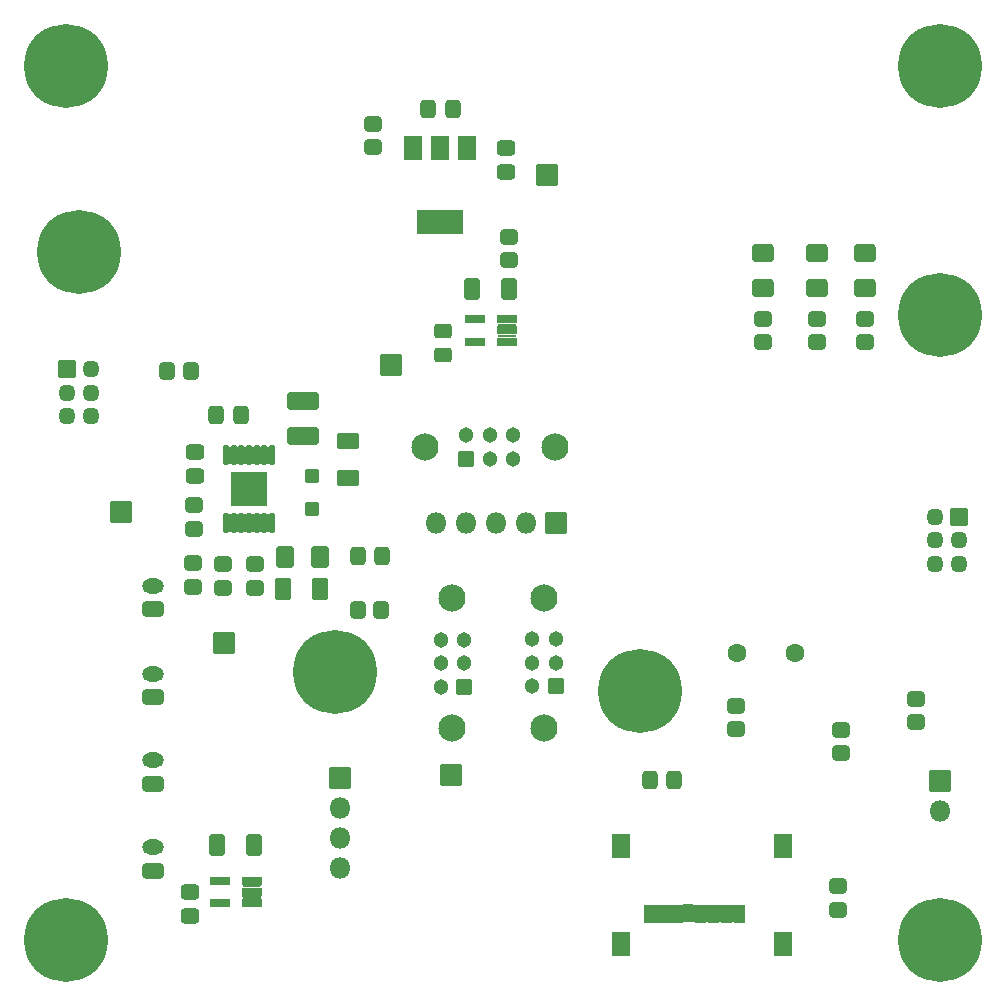
<source format=gts>
G04 #@! TF.GenerationSoftware,KiCad,Pcbnew,(6.0.1)*
G04 #@! TF.CreationDate,2022-05-22T14:08:20-04:00*
G04 #@! TF.ProjectId,payload2020_papa_board,7061796c-6f61-4643-9230-32305f706170,rev?*
G04 #@! TF.SameCoordinates,Original*
G04 #@! TF.FileFunction,Soldermask,Top*
G04 #@! TF.FilePolarity,Negative*
%FSLAX46Y46*%
G04 Gerber Fmt 4.6, Leading zero omitted, Abs format (unit mm)*
G04 Created by KiCad (PCBNEW (6.0.1)) date 2022-05-22 14:08:20*
%MOMM*%
%LPD*%
G01*
G04 APERTURE LIST*
G04 Aperture macros list*
%AMRoundRect*
0 Rectangle with rounded corners*
0 $1 Rounding radius*
0 $2 $3 $4 $5 $6 $7 $8 $9 X,Y pos of 4 corners*
0 Add a 4 corners polygon primitive as box body*
4,1,4,$2,$3,$4,$5,$6,$7,$8,$9,$2,$3,0*
0 Add four circle primitives for the rounded corners*
1,1,$1+$1,$2,$3*
1,1,$1+$1,$4,$5*
1,1,$1+$1,$6,$7*
1,1,$1+$1,$8,$9*
0 Add four rect primitives between the rounded corners*
20,1,$1+$1,$2,$3,$4,$5,0*
20,1,$1+$1,$4,$5,$6,$7,0*
20,1,$1+$1,$6,$7,$8,$9,0*
20,1,$1+$1,$8,$9,$2,$3,0*%
G04 Aperture macros list end*
%ADD10RoundRect,0.051000X-0.850000X0.850000X-0.850000X-0.850000X0.850000X-0.850000X0.850000X0.850000X0*%
%ADD11O,1.802000X1.802000*%
%ADD12C,2.302000*%
%ADD13RoundRect,0.051000X0.600000X-0.600000X0.600000X0.600000X-0.600000X0.600000X-0.600000X-0.600000X0*%
%ADD14C,1.302000*%
%ADD15RoundRect,0.301000X0.475000X-0.337500X0.475000X0.337500X-0.475000X0.337500X-0.475000X-0.337500X0*%
%ADD16RoundRect,0.051000X0.550000X-0.550000X0.550000X0.550000X-0.550000X0.550000X-0.550000X-0.550000X0*%
%ADD17RoundRect,0.301000X-1.075000X0.462500X-1.075000X-0.462500X1.075000X-0.462500X1.075000X0.462500X0*%
%ADD18RoundRect,0.300999X-0.450001X0.350001X-0.450001X-0.350001X0.450001X-0.350001X0.450001X0.350001X0*%
%ADD19RoundRect,0.300999X0.450001X-0.350001X0.450001X0.350001X-0.450001X0.350001X-0.450001X-0.350001X0*%
%ADD20R,3.100000X3.000000*%
%ADD21RoundRect,0.151000X-0.100000X0.687500X-0.100000X-0.687500X0.100000X-0.687500X0.100000X0.687500X0*%
%ADD22RoundRect,0.301000X-0.475000X0.337500X-0.475000X-0.337500X0.475000X-0.337500X0.475000X0.337500X0*%
%ADD23RoundRect,0.051000X0.780000X0.325000X-0.780000X0.325000X-0.780000X-0.325000X0.780000X-0.325000X0*%
%ADD24RoundRect,0.051000X-0.600000X-0.600000X0.600000X-0.600000X0.600000X0.600000X-0.600000X0.600000X0*%
%ADD25RoundRect,0.301000X0.337500X0.475000X-0.337500X0.475000X-0.337500X-0.475000X0.337500X-0.475000X0*%
%ADD26RoundRect,0.051000X-0.750000X1.000000X-0.750000X-1.000000X0.750000X-1.000000X0.750000X1.000000X0*%
%ADD27RoundRect,0.051000X-1.900000X1.000000X-1.900000X-1.000000X1.900000X-1.000000X1.900000X1.000000X0*%
%ADD28RoundRect,0.300999X-0.400001X-0.625001X0.400001X-0.625001X0.400001X0.625001X-0.400001X0.625001X0*%
%ADD29RoundRect,0.300997X0.412503X0.650003X-0.412503X0.650003X-0.412503X-0.650003X0.412503X-0.650003X0*%
%ADD30RoundRect,0.300997X-0.650003X0.412503X-0.650003X-0.412503X0.650003X-0.412503X0.650003X0.412503X0*%
%ADD31RoundRect,0.051000X-0.675000X-0.675000X0.675000X-0.675000X0.675000X0.675000X-0.675000X0.675000X0*%
%ADD32O,1.452000X1.452000*%
%ADD33RoundRect,0.301000X-0.625000X0.462500X-0.625000X-0.462500X0.625000X-0.462500X0.625000X0.462500X0*%
%ADD34RoundRect,0.301000X-0.450000X0.325000X-0.450000X-0.325000X0.450000X-0.325000X0.450000X0.325000X0*%
%ADD35RoundRect,0.301001X0.462499X0.624999X-0.462499X0.624999X-0.462499X-0.624999X0.462499X-0.624999X0*%
%ADD36RoundRect,0.301000X0.450000X-0.350000X0.450000X0.350000X-0.450000X0.350000X-0.450000X-0.350000X0*%
%ADD37RoundRect,0.301000X-0.350000X-0.450000X0.350000X-0.450000X0.350000X0.450000X-0.350000X0.450000X0*%
%ADD38RoundRect,0.301000X-0.450000X0.350000X-0.450000X-0.350000X0.450000X-0.350000X0.450000X0.350000X0*%
%ADD39C,0.902000*%
%ADD40C,7.102000*%
%ADD41RoundRect,0.051000X-0.850000X-0.850000X0.850000X-0.850000X0.850000X0.850000X-0.850000X0.850000X0*%
%ADD42RoundRect,0.301000X-0.337500X-0.475000X0.337500X-0.475000X0.337500X0.475000X-0.337500X0.475000X0*%
%ADD43RoundRect,0.051000X0.400000X0.750000X-0.400000X0.750000X-0.400000X-0.750000X0.400000X-0.750000X0*%
%ADD44RoundRect,0.051000X0.725000X1.000000X-0.725000X1.000000X-0.725000X-1.000000X0.725000X-1.000000X0*%
%ADD45C,1.602000*%
%ADD46RoundRect,0.051000X0.850000X0.850000X-0.850000X0.850000X-0.850000X-0.850000X0.850000X-0.850000X0*%
%ADD47RoundRect,0.301000X0.625000X-0.350000X0.625000X0.350000X-0.625000X0.350000X-0.625000X-0.350000X0*%
%ADD48O,1.852000X1.302000*%
%ADD49RoundRect,0.051000X0.675000X0.675000X-0.675000X0.675000X-0.675000X-0.675000X0.675000X-0.675000X0*%
G04 APERTURE END LIST*
D10*
X45491400Y-42717400D03*
D11*
X42951400Y-42717400D03*
X40411400Y-42717400D03*
X37871400Y-42717400D03*
X35331400Y-42717400D03*
D12*
X44475400Y-49042000D03*
X44475400Y-60042000D03*
D13*
X45475400Y-56542000D03*
D14*
X45475400Y-54542000D03*
X45475400Y-52542000D03*
X43475400Y-56542000D03*
X43475400Y-54542000D03*
X43475400Y-52542000D03*
D12*
X36728400Y-49092800D03*
X36728400Y-60092800D03*
D13*
X37728400Y-56592800D03*
D14*
X37728400Y-54592800D03*
X37728400Y-52592800D03*
X35728400Y-56592800D03*
X35728400Y-54592800D03*
X35728400Y-52592800D03*
D15*
X14904083Y-38757210D03*
X14904083Y-36682210D03*
D16*
X24835483Y-41559010D03*
X24835483Y-38759010D03*
D17*
X24098883Y-32335610D03*
X24098883Y-35310610D03*
D18*
X19981543Y-46167330D03*
X19981543Y-48167330D03*
D19*
X17322163Y-48176730D03*
X17322163Y-46176730D03*
D20*
X19501483Y-39826730D03*
D21*
X21451483Y-36964230D03*
X20801483Y-36964230D03*
X20151483Y-36964230D03*
X19501483Y-36964230D03*
X18851483Y-36964230D03*
X18201483Y-36964230D03*
X17551483Y-36964230D03*
X17551483Y-42689230D03*
X18201483Y-42689230D03*
X18851483Y-42689230D03*
X19501483Y-42689230D03*
X20151483Y-42689230D03*
X20801483Y-42689230D03*
X21451483Y-42689230D03*
D22*
X14467840Y-73941620D03*
X14467840Y-76016620D03*
D23*
X19728180Y-74886540D03*
X19728180Y-73936540D03*
X19728180Y-72986540D03*
X17028180Y-72986540D03*
X17028180Y-74886540D03*
D12*
X45378000Y-36291200D03*
X34378000Y-36291200D03*
D24*
X37878000Y-37291200D03*
D14*
X39878000Y-37291200D03*
X41878000Y-37291200D03*
X37878000Y-35291200D03*
X39878000Y-35291200D03*
X41878000Y-35291200D03*
D25*
X36742400Y-7655640D03*
X34667400Y-7655640D03*
D23*
X41331860Y-27352900D03*
X41331860Y-26402900D03*
X41331860Y-25452900D03*
X38631860Y-25452900D03*
X38631860Y-27352900D03*
D26*
X38001000Y-10942000D03*
X35701000Y-10942000D03*
D27*
X35701000Y-17242000D03*
D26*
X33401000Y-10942000D03*
D22*
X41235660Y-10938680D03*
X41235660Y-13013680D03*
D28*
X16821820Y-69997000D03*
X19921820Y-69997000D03*
X38422960Y-22851940D03*
X41522960Y-22851940D03*
D29*
X25539863Y-48284930D03*
X22414863Y-48284930D03*
D30*
X27875863Y-35749630D03*
X27875863Y-38874630D03*
D31*
X79619000Y-42168000D03*
D32*
X79619000Y-44168000D03*
X79619000Y-46168000D03*
X77619000Y-42168000D03*
X77619000Y-44168000D03*
X77619000Y-46168000D03*
D25*
X18817500Y-33528000D03*
X16742500Y-33528000D03*
D33*
X67564000Y-19848500D03*
X67564000Y-22823500D03*
X71628000Y-19848500D03*
X71628000Y-22823500D03*
X62992000Y-19848500D03*
X62992000Y-22823500D03*
D19*
X67564000Y-27416000D03*
X67564000Y-25416000D03*
X71628000Y-27416000D03*
X71628000Y-25416000D03*
X62992000Y-27416000D03*
X62992000Y-25416000D03*
D34*
X35910640Y-26446440D03*
X35910640Y-28496440D03*
D35*
X25483923Y-45556210D03*
X22508923Y-45556210D03*
D18*
X14853283Y-41203410D03*
X14853283Y-43203410D03*
X14789783Y-46097990D03*
X14789783Y-48097990D03*
D36*
X69596000Y-62214000D03*
X69596000Y-60214000D03*
X69342000Y-75442000D03*
X69342000Y-73442000D03*
D37*
X28718000Y-50038000D03*
X30718000Y-50038000D03*
D38*
X75946000Y-57567000D03*
X75946000Y-59567000D03*
D39*
X75375000Y-78020000D03*
X79856155Y-79876155D03*
X78000000Y-80645000D03*
X78000000Y-75395000D03*
X79856155Y-76163845D03*
X80625000Y-78020000D03*
X76143845Y-76163845D03*
D40*
X78000000Y-78020000D03*
D39*
X76143845Y-79876155D03*
X2495000Y-19780000D03*
X7745000Y-19780000D03*
X5120000Y-22405000D03*
D40*
X5120000Y-19780000D03*
D39*
X6976155Y-17923845D03*
X6976155Y-21636155D03*
X5120000Y-17155000D03*
X3263845Y-21636155D03*
X3263845Y-17923845D03*
X76143845Y-27006155D03*
X79856155Y-27006155D03*
X78000000Y-27775000D03*
X75375000Y-25150000D03*
X80625000Y-25150000D03*
X79856155Y-23293845D03*
X78000000Y-22525000D03*
X76143845Y-23293845D03*
D40*
X78000000Y-25130000D03*
D39*
X4000000Y-75395000D03*
X6625000Y-78020000D03*
X4000000Y-80645000D03*
X5856155Y-76163845D03*
X2143845Y-76163845D03*
X5856155Y-79876155D03*
D40*
X4000000Y-78020000D03*
D39*
X2143845Y-79876155D03*
X1375000Y-78020000D03*
D41*
X78000000Y-64520000D03*
D11*
X78000000Y-67060000D03*
D39*
X54456155Y-58756155D03*
X52600000Y-54275000D03*
X50743845Y-58756155D03*
X52600000Y-59525000D03*
X54456155Y-55043845D03*
X50743845Y-55043845D03*
X55225000Y-56900000D03*
X49975000Y-56900000D03*
D40*
X52600000Y-56900000D03*
D42*
X28702000Y-45486000D03*
X30777000Y-45486000D03*
D39*
X76143845Y-2163845D03*
D40*
X78000000Y-4020000D03*
D39*
X76143845Y-5876155D03*
X79856155Y-5876155D03*
X78000000Y-1395000D03*
X75375000Y-4020000D03*
X78000000Y-6645000D03*
X79856155Y-2163845D03*
X80625000Y-4020000D03*
D41*
X27178000Y-64272000D03*
D11*
X27178000Y-66812000D03*
X27178000Y-69352000D03*
X27178000Y-71892000D03*
D41*
X17411063Y-52856930D03*
D36*
X60706000Y-60182000D03*
X60706000Y-58182000D03*
D25*
X55524152Y-64500000D03*
X53449152Y-64500000D03*
D43*
X61069159Y-75775096D03*
X59969159Y-75775096D03*
X58859159Y-75775096D03*
X57769159Y-75775096D03*
X56669159Y-75765096D03*
X55569159Y-75775096D03*
X54469159Y-75775096D03*
X53369159Y-75775096D03*
D44*
X64739159Y-70075096D03*
X50989159Y-78375096D03*
X64739159Y-78375096D03*
X50989159Y-70075096D03*
D41*
X31496000Y-29357000D03*
D38*
X30005460Y-8906000D03*
X30005460Y-10906000D03*
D39*
X5856155Y-2163845D03*
X4000000Y-1395000D03*
X4000000Y-6645000D03*
X2143845Y-5876155D03*
X2143845Y-2163845D03*
X6625000Y-4020000D03*
X1375000Y-4020000D03*
D40*
X4000000Y-4020000D03*
D39*
X5856155Y-5876155D03*
D37*
X12585063Y-29869930D03*
X14585063Y-29869930D03*
D38*
X41529000Y-18467000D03*
X41529000Y-20467000D03*
D39*
X24943845Y-53483845D03*
X26800000Y-52715000D03*
X24175000Y-55340000D03*
X28656155Y-53483845D03*
X24943845Y-57196155D03*
D40*
X26800000Y-55340000D03*
D39*
X26800000Y-57965000D03*
X28656155Y-57196155D03*
X29425000Y-55340000D03*
D45*
X65735200Y-53715600D03*
X60855200Y-53715600D03*
D46*
X8650000Y-41800000D03*
X44704000Y-13228000D03*
D47*
X11400000Y-64800000D03*
D48*
X11400000Y-62800000D03*
D47*
X11400000Y-50000000D03*
D48*
X11400000Y-48000000D03*
D47*
X11400000Y-72150000D03*
D48*
X11400000Y-70150000D03*
D49*
X4096000Y-29688000D03*
D32*
X4096000Y-31688000D03*
X4096000Y-33688000D03*
X6096000Y-29688000D03*
X6096000Y-31688000D03*
X6096000Y-33688000D03*
D46*
X36576000Y-64028000D03*
D47*
X11400000Y-57450000D03*
D48*
X11400000Y-55450000D03*
G36*
X58217638Y-75004434D02*
G01*
X58265105Y-75044102D01*
X58333820Y-75052733D01*
X58396450Y-75022769D01*
X58409949Y-75007191D01*
X58411839Y-75006537D01*
X58413350Y-75007847D01*
X58413422Y-75008891D01*
X58410159Y-75025295D01*
X58410159Y-76524897D01*
X58413925Y-76543833D01*
X58413282Y-76545727D01*
X58411320Y-76546117D01*
X58410680Y-76545758D01*
X58363213Y-76506090D01*
X58294498Y-76497459D01*
X58231868Y-76527423D01*
X58218369Y-76543001D01*
X58216479Y-76543655D01*
X58214968Y-76542345D01*
X58214896Y-76541301D01*
X58218159Y-76524897D01*
X58218159Y-75025295D01*
X58214393Y-75006359D01*
X58215036Y-75004465D01*
X58216998Y-75004075D01*
X58217638Y-75004434D01*
G37*
G36*
X60418426Y-75008397D02*
G01*
X60470105Y-75051585D01*
X60538820Y-75060216D01*
X60601450Y-75030252D01*
X60619507Y-75009414D01*
X60621397Y-75008760D01*
X60622908Y-75010070D01*
X60622980Y-75011114D01*
X60620159Y-75025295D01*
X60620159Y-76524897D01*
X60623137Y-76539870D01*
X60622494Y-76541764D01*
X60620532Y-76542154D01*
X60619892Y-76541795D01*
X60568213Y-76498607D01*
X60499498Y-76489976D01*
X60436868Y-76519940D01*
X60418811Y-76540778D01*
X60416921Y-76541432D01*
X60415410Y-76540122D01*
X60415338Y-76539078D01*
X60418159Y-76524897D01*
X60418159Y-75025295D01*
X60415181Y-75010322D01*
X60415824Y-75008428D01*
X60417786Y-75008038D01*
X60418426Y-75008397D01*
G37*
G36*
X54918426Y-75008397D02*
G01*
X54970105Y-75051585D01*
X55038820Y-75060216D01*
X55101450Y-75030252D01*
X55119507Y-75009414D01*
X55121397Y-75008760D01*
X55122908Y-75010070D01*
X55122980Y-75011114D01*
X55120159Y-75025295D01*
X55120159Y-76524897D01*
X55123137Y-76539870D01*
X55122494Y-76541764D01*
X55120532Y-76542154D01*
X55119892Y-76541795D01*
X55068213Y-76498607D01*
X54999498Y-76489976D01*
X54936868Y-76519940D01*
X54918811Y-76540778D01*
X54916921Y-76541432D01*
X54915410Y-76540122D01*
X54915338Y-76539078D01*
X54918159Y-76524897D01*
X54918159Y-75025295D01*
X54915181Y-75010322D01*
X54915824Y-75008428D01*
X54917786Y-75008038D01*
X54918426Y-75008397D01*
G37*
G36*
X53818426Y-75008397D02*
G01*
X53870105Y-75051585D01*
X53938820Y-75060216D01*
X54001450Y-75030252D01*
X54019507Y-75009414D01*
X54021397Y-75008760D01*
X54022908Y-75010070D01*
X54022980Y-75011114D01*
X54020159Y-75025295D01*
X54020159Y-76524897D01*
X54023137Y-76539870D01*
X54022494Y-76541764D01*
X54020532Y-76542154D01*
X54019892Y-76541795D01*
X53968213Y-76498607D01*
X53899498Y-76489976D01*
X53836868Y-76519940D01*
X53818811Y-76540778D01*
X53816921Y-76541432D01*
X53815410Y-76540122D01*
X53815338Y-76539078D01*
X53818159Y-76524897D01*
X53818159Y-75025295D01*
X53815181Y-75010322D01*
X53815824Y-75008428D01*
X53817786Y-75008038D01*
X53818426Y-75008397D01*
G37*
G36*
X59522610Y-75010850D02*
G01*
X59522778Y-75012125D01*
X59520159Y-75025295D01*
X59520159Y-76524897D01*
X59522778Y-76538067D01*
X59522135Y-76539961D01*
X59520173Y-76540351D01*
X59519153Y-76539568D01*
X59516590Y-76535731D01*
X59463213Y-76491124D01*
X59394498Y-76482493D01*
X59331868Y-76512457D01*
X59311820Y-76535593D01*
X59309165Y-76539568D01*
X59307371Y-76540453D01*
X59305708Y-76539342D01*
X59305540Y-76538067D01*
X59308159Y-76524897D01*
X59308159Y-75025295D01*
X59305540Y-75012125D01*
X59306183Y-75010231D01*
X59308145Y-75009841D01*
X59309165Y-75010624D01*
X59311728Y-75014461D01*
X59365105Y-75059068D01*
X59433820Y-75067699D01*
X59496450Y-75037735D01*
X59516498Y-75014599D01*
X59519153Y-75010624D01*
X59520947Y-75009739D01*
X59522610Y-75010850D01*
G37*
G36*
X56222609Y-75000850D02*
G01*
X56222778Y-75002125D01*
X56220159Y-75015295D01*
X56220159Y-76514897D01*
X56223664Y-76532518D01*
X56223021Y-76534412D01*
X56221059Y-76534802D01*
X56220419Y-76534443D01*
X56171555Y-76493607D01*
X56102839Y-76484976D01*
X56040209Y-76514940D01*
X56020161Y-76538076D01*
X56019165Y-76539568D01*
X56017372Y-76540453D01*
X56015709Y-76539342D01*
X56015540Y-76538067D01*
X56018159Y-76524897D01*
X56018159Y-75025295D01*
X56014654Y-75007674D01*
X56015297Y-75005780D01*
X56017259Y-75005390D01*
X56017899Y-75005749D01*
X56066763Y-75046585D01*
X56135479Y-75055216D01*
X56198109Y-75025252D01*
X56218157Y-75002116D01*
X56219153Y-75000624D01*
X56220946Y-74999739D01*
X56222609Y-75000850D01*
G37*
G36*
X57119165Y-75000624D02*
G01*
X57120069Y-75001978D01*
X57173446Y-75046585D01*
X57242161Y-75055216D01*
X57304791Y-75025251D01*
X57319802Y-75007928D01*
X57321692Y-75007274D01*
X57323203Y-75008584D01*
X57323275Y-75009628D01*
X57320159Y-75025295D01*
X57320159Y-76524897D01*
X57322778Y-76538067D01*
X57322135Y-76539961D01*
X57320173Y-76540351D01*
X57319153Y-76539568D01*
X57318249Y-76538214D01*
X57264872Y-76493607D01*
X57196157Y-76484976D01*
X57133527Y-76514941D01*
X57118516Y-76532264D01*
X57116626Y-76532918D01*
X57115115Y-76531608D01*
X57115043Y-76530564D01*
X57118159Y-76514897D01*
X57118159Y-75015295D01*
X57115540Y-75002125D01*
X57116183Y-75000231D01*
X57118145Y-74999841D01*
X57119165Y-75000624D01*
G37*
G36*
X20524848Y-74308205D02*
G01*
X20525238Y-74310167D01*
X20524879Y-74310807D01*
X20481691Y-74362486D01*
X20473060Y-74431201D01*
X20503024Y-74493831D01*
X20523862Y-74511888D01*
X20524516Y-74513778D01*
X20523206Y-74515289D01*
X20522162Y-74515361D01*
X20507981Y-74512540D01*
X18948379Y-74512540D01*
X18933406Y-74515518D01*
X18931512Y-74514875D01*
X18931122Y-74512913D01*
X18931481Y-74512273D01*
X18974669Y-74460594D01*
X18983300Y-74391879D01*
X18953336Y-74329249D01*
X18932498Y-74311192D01*
X18931844Y-74309302D01*
X18933154Y-74307791D01*
X18934198Y-74307719D01*
X18948379Y-74310540D01*
X20507981Y-74310540D01*
X20522954Y-74307562D01*
X20524848Y-74308205D01*
G37*
G36*
X20524848Y-73358205D02*
G01*
X20525238Y-73360167D01*
X20524879Y-73360807D01*
X20481691Y-73412486D01*
X20473060Y-73481201D01*
X20503024Y-73543831D01*
X20523862Y-73561888D01*
X20524516Y-73563778D01*
X20523206Y-73565289D01*
X20522162Y-73565361D01*
X20507981Y-73562540D01*
X18948379Y-73562540D01*
X18933406Y-73565518D01*
X18931512Y-73564875D01*
X18931122Y-73562913D01*
X18931481Y-73562273D01*
X18974669Y-73510594D01*
X18983300Y-73441879D01*
X18953336Y-73379249D01*
X18932498Y-73361192D01*
X18931844Y-73359302D01*
X18933154Y-73357791D01*
X18934198Y-73357719D01*
X18948379Y-73360540D01*
X20507981Y-73360540D01*
X20522954Y-73357562D01*
X20524848Y-73358205D01*
G37*
G36*
X21030374Y-41924604D02*
G01*
X21077427Y-41963927D01*
X21146143Y-41972560D01*
X21208772Y-41942597D01*
X21216283Y-41933927D01*
X21218173Y-41933273D01*
X21219685Y-41934583D01*
X21219458Y-41936348D01*
X21213862Y-41944724D01*
X21202483Y-42001929D01*
X21202483Y-43376531D01*
X21213862Y-43433736D01*
X21225538Y-43451210D01*
X21225669Y-43453206D01*
X21224006Y-43454317D01*
X21222592Y-43453856D01*
X21175539Y-43414533D01*
X21106823Y-43405900D01*
X21044194Y-43435863D01*
X21036683Y-43444533D01*
X21034793Y-43445187D01*
X21033281Y-43443877D01*
X21033508Y-43442112D01*
X21039104Y-43433736D01*
X21050483Y-43376531D01*
X21050483Y-42001929D01*
X21039104Y-41944724D01*
X21027428Y-41927250D01*
X21027297Y-41925254D01*
X21028960Y-41924143D01*
X21030374Y-41924604D01*
G37*
G36*
X19080374Y-41924604D02*
G01*
X19127427Y-41963927D01*
X19196143Y-41972560D01*
X19258772Y-41942597D01*
X19266283Y-41933927D01*
X19268173Y-41933273D01*
X19269685Y-41934583D01*
X19269458Y-41936348D01*
X19263862Y-41944724D01*
X19252483Y-42001929D01*
X19252483Y-43376531D01*
X19263862Y-43433736D01*
X19275538Y-43451210D01*
X19275669Y-43453206D01*
X19274006Y-43454317D01*
X19272592Y-43453856D01*
X19225539Y-43414533D01*
X19156823Y-43405900D01*
X19094194Y-43435863D01*
X19086683Y-43444533D01*
X19084793Y-43445187D01*
X19083281Y-43443877D01*
X19083508Y-43442112D01*
X19089104Y-43433736D01*
X19100483Y-43376531D01*
X19100483Y-42001929D01*
X19089104Y-41944724D01*
X19077428Y-41927250D01*
X19077297Y-41925254D01*
X19078960Y-41924143D01*
X19080374Y-41924604D01*
G37*
G36*
X20380374Y-41924604D02*
G01*
X20427427Y-41963927D01*
X20496143Y-41972560D01*
X20558772Y-41942597D01*
X20566283Y-41933927D01*
X20568173Y-41933273D01*
X20569685Y-41934583D01*
X20569458Y-41936348D01*
X20563862Y-41944724D01*
X20552483Y-42001929D01*
X20552483Y-43376531D01*
X20563862Y-43433736D01*
X20575538Y-43451210D01*
X20575669Y-43453206D01*
X20574006Y-43454317D01*
X20572592Y-43453856D01*
X20525539Y-43414533D01*
X20456823Y-43405900D01*
X20394194Y-43435863D01*
X20386683Y-43444533D01*
X20384793Y-43445187D01*
X20383281Y-43443877D01*
X20383508Y-43442112D01*
X20389104Y-43433736D01*
X20400483Y-43376531D01*
X20400483Y-42001929D01*
X20389104Y-41944724D01*
X20377428Y-41927250D01*
X20377297Y-41925254D01*
X20378960Y-41924143D01*
X20380374Y-41924604D01*
G37*
G36*
X18430374Y-41924604D02*
G01*
X18477427Y-41963927D01*
X18546143Y-41972560D01*
X18608772Y-41942597D01*
X18616283Y-41933927D01*
X18618173Y-41933273D01*
X18619685Y-41934583D01*
X18619458Y-41936348D01*
X18613862Y-41944724D01*
X18602483Y-42001929D01*
X18602483Y-43376531D01*
X18613862Y-43433736D01*
X18625538Y-43451210D01*
X18625669Y-43453206D01*
X18624006Y-43454317D01*
X18622592Y-43453856D01*
X18575539Y-43414533D01*
X18506823Y-43405900D01*
X18444194Y-43435863D01*
X18436683Y-43444533D01*
X18434793Y-43445187D01*
X18433281Y-43443877D01*
X18433508Y-43442112D01*
X18439104Y-43433736D01*
X18450483Y-43376531D01*
X18450483Y-42001929D01*
X18439104Y-41944724D01*
X18427428Y-41927250D01*
X18427297Y-41925254D01*
X18428960Y-41924143D01*
X18430374Y-41924604D01*
G37*
G36*
X17780374Y-41924604D02*
G01*
X17827427Y-41963927D01*
X17896143Y-41972560D01*
X17958772Y-41942597D01*
X17966283Y-41933927D01*
X17968173Y-41933273D01*
X17969685Y-41934583D01*
X17969458Y-41936348D01*
X17963862Y-41944724D01*
X17952483Y-42001929D01*
X17952483Y-43376531D01*
X17963862Y-43433736D01*
X17975538Y-43451210D01*
X17975669Y-43453206D01*
X17974006Y-43454317D01*
X17972592Y-43453856D01*
X17925539Y-43414533D01*
X17856823Y-43405900D01*
X17794194Y-43435863D01*
X17786683Y-43444533D01*
X17784793Y-43445187D01*
X17783281Y-43443877D01*
X17783508Y-43442112D01*
X17789104Y-43433736D01*
X17800483Y-43376531D01*
X17800483Y-42001929D01*
X17789104Y-41944724D01*
X17777428Y-41927250D01*
X17777297Y-41925254D01*
X17778960Y-41924143D01*
X17780374Y-41924604D01*
G37*
G36*
X19730374Y-41924604D02*
G01*
X19777427Y-41963927D01*
X19846143Y-41972560D01*
X19908772Y-41942597D01*
X19916283Y-41933927D01*
X19918173Y-41933273D01*
X19919685Y-41934583D01*
X19919458Y-41936348D01*
X19913862Y-41944724D01*
X19902483Y-42001929D01*
X19902483Y-43376531D01*
X19913862Y-43433736D01*
X19925538Y-43451210D01*
X19925669Y-43453206D01*
X19924006Y-43454317D01*
X19922592Y-43453856D01*
X19875539Y-43414533D01*
X19806823Y-43405900D01*
X19744194Y-43435863D01*
X19736683Y-43444533D01*
X19734793Y-43445187D01*
X19733281Y-43443877D01*
X19733508Y-43442112D01*
X19739104Y-43433736D01*
X19750483Y-43376531D01*
X19750483Y-42001929D01*
X19739104Y-41944724D01*
X19727428Y-41927250D01*
X19727297Y-41925254D01*
X19728960Y-41924143D01*
X19730374Y-41924604D01*
G37*
G36*
X20380374Y-36199604D02*
G01*
X20427427Y-36238927D01*
X20496143Y-36247560D01*
X20558772Y-36217597D01*
X20566283Y-36208927D01*
X20568173Y-36208273D01*
X20569685Y-36209583D01*
X20569458Y-36211348D01*
X20563862Y-36219724D01*
X20552483Y-36276929D01*
X20552483Y-37651531D01*
X20563862Y-37708736D01*
X20575538Y-37726210D01*
X20575669Y-37728206D01*
X20574006Y-37729317D01*
X20572592Y-37728856D01*
X20525539Y-37689533D01*
X20456823Y-37680900D01*
X20394194Y-37710863D01*
X20386683Y-37719533D01*
X20384793Y-37720187D01*
X20383281Y-37718877D01*
X20383508Y-37717112D01*
X20389104Y-37708736D01*
X20400483Y-37651531D01*
X20400483Y-36276929D01*
X20389104Y-36219724D01*
X20377428Y-36202250D01*
X20377297Y-36200254D01*
X20378960Y-36199143D01*
X20380374Y-36199604D01*
G37*
G36*
X17780374Y-36199604D02*
G01*
X17827427Y-36238927D01*
X17896143Y-36247560D01*
X17958772Y-36217597D01*
X17966283Y-36208927D01*
X17968173Y-36208273D01*
X17969685Y-36209583D01*
X17969458Y-36211348D01*
X17963862Y-36219724D01*
X17952483Y-36276929D01*
X17952483Y-37651531D01*
X17963862Y-37708736D01*
X17975538Y-37726210D01*
X17975669Y-37728206D01*
X17974006Y-37729317D01*
X17972592Y-37728856D01*
X17925539Y-37689533D01*
X17856823Y-37680900D01*
X17794194Y-37710863D01*
X17786683Y-37719533D01*
X17784793Y-37720187D01*
X17783281Y-37718877D01*
X17783508Y-37717112D01*
X17789104Y-37708736D01*
X17800483Y-37651531D01*
X17800483Y-36276929D01*
X17789104Y-36219724D01*
X17777428Y-36202250D01*
X17777297Y-36200254D01*
X17778960Y-36199143D01*
X17780374Y-36199604D01*
G37*
G36*
X21030374Y-36199604D02*
G01*
X21077427Y-36238927D01*
X21146143Y-36247560D01*
X21208772Y-36217597D01*
X21216283Y-36208927D01*
X21218173Y-36208273D01*
X21219685Y-36209583D01*
X21219458Y-36211348D01*
X21213862Y-36219724D01*
X21202483Y-36276929D01*
X21202483Y-37651531D01*
X21213862Y-37708736D01*
X21225538Y-37726210D01*
X21225669Y-37728206D01*
X21224006Y-37729317D01*
X21222592Y-37728856D01*
X21175539Y-37689533D01*
X21106823Y-37680900D01*
X21044194Y-37710863D01*
X21036683Y-37719533D01*
X21034793Y-37720187D01*
X21033281Y-37718877D01*
X21033508Y-37717112D01*
X21039104Y-37708736D01*
X21050483Y-37651531D01*
X21050483Y-36276929D01*
X21039104Y-36219724D01*
X21027428Y-36202250D01*
X21027297Y-36200254D01*
X21028960Y-36199143D01*
X21030374Y-36199604D01*
G37*
G36*
X19080374Y-36199604D02*
G01*
X19127427Y-36238927D01*
X19196143Y-36247560D01*
X19258772Y-36217597D01*
X19266283Y-36208927D01*
X19268173Y-36208273D01*
X19269685Y-36209583D01*
X19269458Y-36211348D01*
X19263862Y-36219724D01*
X19252483Y-36276929D01*
X19252483Y-37651531D01*
X19263862Y-37708736D01*
X19275538Y-37726210D01*
X19275669Y-37728206D01*
X19274006Y-37729317D01*
X19272592Y-37728856D01*
X19225539Y-37689533D01*
X19156823Y-37680900D01*
X19094194Y-37710863D01*
X19086683Y-37719533D01*
X19084793Y-37720187D01*
X19083281Y-37718877D01*
X19083508Y-37717112D01*
X19089104Y-37708736D01*
X19100483Y-37651531D01*
X19100483Y-36276929D01*
X19089104Y-36219724D01*
X19077428Y-36202250D01*
X19077297Y-36200254D01*
X19078960Y-36199143D01*
X19080374Y-36199604D01*
G37*
G36*
X19730374Y-36199604D02*
G01*
X19777427Y-36238927D01*
X19846143Y-36247560D01*
X19908772Y-36217597D01*
X19916283Y-36208927D01*
X19918173Y-36208273D01*
X19919685Y-36209583D01*
X19919458Y-36211348D01*
X19913862Y-36219724D01*
X19902483Y-36276929D01*
X19902483Y-37651531D01*
X19913862Y-37708736D01*
X19925538Y-37726210D01*
X19925669Y-37728206D01*
X19924006Y-37729317D01*
X19922592Y-37728856D01*
X19875539Y-37689533D01*
X19806823Y-37680900D01*
X19744194Y-37710863D01*
X19736683Y-37719533D01*
X19734793Y-37720187D01*
X19733281Y-37718877D01*
X19733508Y-37717112D01*
X19739104Y-37708736D01*
X19750483Y-37651531D01*
X19750483Y-36276929D01*
X19739104Y-36219724D01*
X19727428Y-36202250D01*
X19727297Y-36200254D01*
X19728960Y-36199143D01*
X19730374Y-36199604D01*
G37*
G36*
X18430374Y-36199604D02*
G01*
X18477427Y-36238927D01*
X18546143Y-36247560D01*
X18608772Y-36217597D01*
X18616283Y-36208927D01*
X18618173Y-36208273D01*
X18619685Y-36209583D01*
X18619458Y-36211348D01*
X18613862Y-36219724D01*
X18602483Y-36276929D01*
X18602483Y-37651531D01*
X18613862Y-37708736D01*
X18625538Y-37726210D01*
X18625669Y-37728206D01*
X18624006Y-37729317D01*
X18622592Y-37728856D01*
X18575539Y-37689533D01*
X18506823Y-37680900D01*
X18444194Y-37710863D01*
X18436683Y-37719533D01*
X18434793Y-37720187D01*
X18433281Y-37718877D01*
X18433508Y-37717112D01*
X18439104Y-37708736D01*
X18450483Y-37651531D01*
X18450483Y-36276929D01*
X18439104Y-36219724D01*
X18427428Y-36202250D01*
X18427297Y-36200254D01*
X18428960Y-36199143D01*
X18430374Y-36199604D01*
G37*
G36*
X42128528Y-26774565D02*
G01*
X42128918Y-26776527D01*
X42128559Y-26777167D01*
X42085371Y-26828846D01*
X42076740Y-26897561D01*
X42106704Y-26960191D01*
X42127542Y-26978248D01*
X42128196Y-26980138D01*
X42126886Y-26981649D01*
X42125842Y-26981721D01*
X42111661Y-26978900D01*
X40552059Y-26978900D01*
X40537086Y-26981878D01*
X40535192Y-26981235D01*
X40534802Y-26979273D01*
X40535161Y-26978633D01*
X40578349Y-26926954D01*
X40586980Y-26858239D01*
X40557016Y-26795609D01*
X40536178Y-26777552D01*
X40535524Y-26775662D01*
X40536834Y-26774151D01*
X40537878Y-26774079D01*
X40552059Y-26776900D01*
X42111661Y-26776900D01*
X42126634Y-26773922D01*
X42128528Y-26774565D01*
G37*
G36*
X42128528Y-25824565D02*
G01*
X42128918Y-25826527D01*
X42128559Y-25827167D01*
X42085371Y-25878846D01*
X42076740Y-25947561D01*
X42106704Y-26010191D01*
X42127542Y-26028248D01*
X42128196Y-26030138D01*
X42126886Y-26031649D01*
X42125842Y-26031721D01*
X42111661Y-26028900D01*
X40552059Y-26028900D01*
X40537086Y-26031878D01*
X40535192Y-26031235D01*
X40534802Y-26029273D01*
X40535161Y-26028633D01*
X40578349Y-25976954D01*
X40586980Y-25908239D01*
X40557016Y-25845609D01*
X40536178Y-25827552D01*
X40535524Y-25825662D01*
X40536834Y-25824151D01*
X40537878Y-25824079D01*
X40552059Y-25826900D01*
X42111661Y-25826900D01*
X42126634Y-25823922D01*
X42128528Y-25824565D01*
G37*
M02*

</source>
